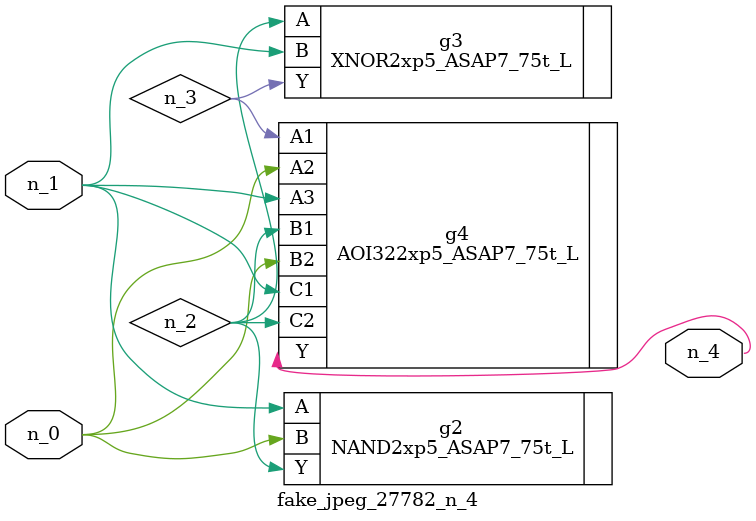
<source format=v>
module fake_jpeg_27782_n_4 (n_0, n_1, n_4);

input n_0;
input n_1;

output n_4;

wire n_2;
wire n_3;

NAND2xp5_ASAP7_75t_L g2 ( 
.A(n_1),
.B(n_0),
.Y(n_2)
);

XNOR2xp5_ASAP7_75t_L g3 ( 
.A(n_2),
.B(n_1),
.Y(n_3)
);

AOI322xp5_ASAP7_75t_L g4 ( 
.A1(n_3),
.A2(n_0),
.A3(n_1),
.B1(n_2),
.B2(n_0),
.C1(n_1),
.C2(n_2),
.Y(n_4)
);


endmodule
</source>
